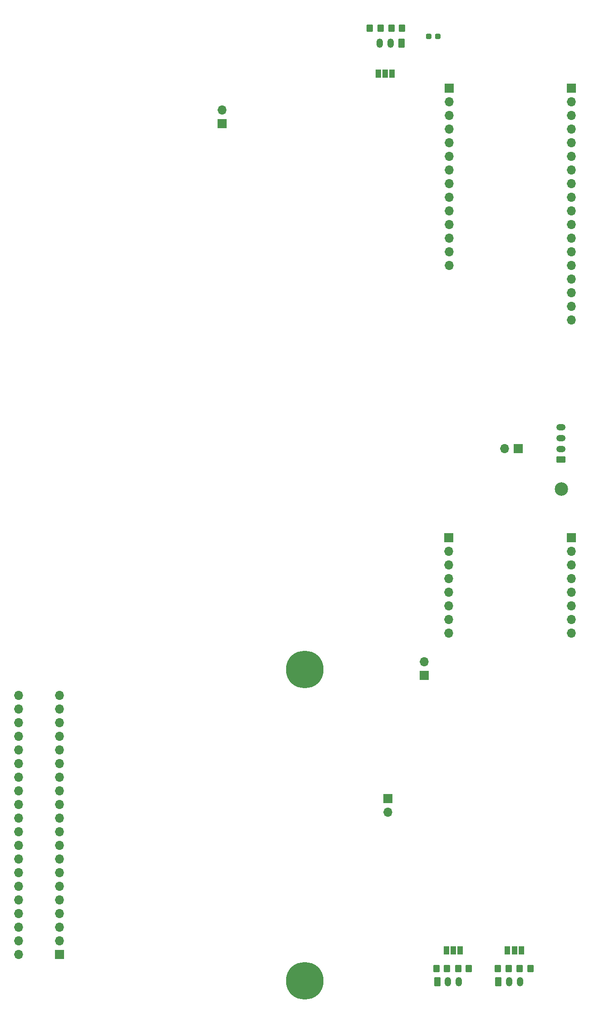
<source format=gbr>
%TF.GenerationSoftware,KiCad,Pcbnew,7.0.1*%
%TF.CreationDate,2023-12-13T20:39:25+01:00*%
%TF.ProjectId,big_pcb,6269675f-7063-4622-9e6b-696361645f70,rev?*%
%TF.SameCoordinates,Original*%
%TF.FileFunction,Soldermask,Bot*%
%TF.FilePolarity,Negative*%
%FSLAX46Y46*%
G04 Gerber Fmt 4.6, Leading zero omitted, Abs format (unit mm)*
G04 Created by KiCad (PCBNEW 7.0.1) date 2023-12-13 20:39:25*
%MOMM*%
%LPD*%
G01*
G04 APERTURE LIST*
G04 Aperture macros list*
%AMRoundRect*
0 Rectangle with rounded corners*
0 $1 Rounding radius*
0 $2 $3 $4 $5 $6 $7 $8 $9 X,Y pos of 4 corners*
0 Add a 4 corners polygon primitive as box body*
4,1,4,$2,$3,$4,$5,$6,$7,$8,$9,$2,$3,0*
0 Add four circle primitives for the rounded corners*
1,1,$1+$1,$2,$3*
1,1,$1+$1,$4,$5*
1,1,$1+$1,$6,$7*
1,1,$1+$1,$8,$9*
0 Add four rect primitives between the rounded corners*
20,1,$1+$1,$2,$3,$4,$5,0*
20,1,$1+$1,$4,$5,$6,$7,0*
20,1,$1+$1,$6,$7,$8,$9,0*
20,1,$1+$1,$8,$9,$2,$3,0*%
G04 Aperture macros list end*
%ADD10R,1.700000X1.700000*%
%ADD11O,1.700000X1.700000*%
%ADD12RoundRect,0.250000X0.350000X0.625000X-0.350000X0.625000X-0.350000X-0.625000X0.350000X-0.625000X0*%
%ADD13O,1.200000X1.750000*%
%ADD14C,7.000000*%
%ADD15RoundRect,0.250000X0.625000X-0.350000X0.625000X0.350000X-0.625000X0.350000X-0.625000X-0.350000X0*%
%ADD16O,1.750000X1.200000*%
%ADD17RoundRect,0.250000X-0.350000X-0.625000X0.350000X-0.625000X0.350000X0.625000X-0.350000X0.625000X0*%
%ADD18C,2.500000*%
%ADD19RoundRect,0.250000X0.350000X0.450000X-0.350000X0.450000X-0.350000X-0.450000X0.350000X-0.450000X0*%
%ADD20RoundRect,0.250000X-0.350000X-0.450000X0.350000X-0.450000X0.350000X0.450000X-0.350000X0.450000X0*%
%ADD21R,1.000000X1.500000*%
%ADD22RoundRect,0.237500X0.287500X0.237500X-0.287500X0.237500X-0.287500X-0.237500X0.287500X-0.237500X0*%
G04 APERTURE END LIST*
D10*
%TO.C,JP2*%
X224120000Y-173900000D03*
D11*
X224120000Y-171360000D03*
%TD*%
D12*
%TO.C,J10*%
X219860000Y-56130000D03*
D13*
X217860000Y-56130000D03*
X215860000Y-56130000D03*
%TD*%
D14*
%TO.C,H2*%
X201840000Y-230790000D03*
%TD*%
%TO.C,H4*%
X201840000Y-172790000D03*
%TD*%
D10*
%TO.C,JP3*%
X186477500Y-71140000D03*
D11*
X186477500Y-68600000D03*
%TD*%
D10*
%TO.C,J4*%
X228710000Y-148250000D03*
D11*
X228710000Y-150790000D03*
X228710000Y-153330000D03*
X228710000Y-155870000D03*
X228710000Y-158410000D03*
X228710000Y-160950000D03*
X228710000Y-163490000D03*
X228710000Y-166030000D03*
%TD*%
D10*
%TO.C,J1*%
X228800000Y-64530000D03*
D11*
X228800000Y-67070000D03*
X228800000Y-69610000D03*
X228800000Y-72150000D03*
X228800000Y-74690000D03*
X228800000Y-77230000D03*
X228800000Y-79770000D03*
X228800000Y-82310000D03*
X228800000Y-84850000D03*
X228800000Y-87390000D03*
X228800000Y-89930000D03*
X228800000Y-92470000D03*
X228800000Y-95010000D03*
X228800000Y-97550000D03*
%TD*%
D15*
%TO.C,J6*%
X249650000Y-133690000D03*
D16*
X249650000Y-131690000D03*
X249650000Y-129690000D03*
X249650000Y-127690000D03*
%TD*%
D17*
%TO.C,J9*%
X237960000Y-231000000D03*
D13*
X239960000Y-231000000D03*
X241960000Y-231000000D03*
%TD*%
D10*
%TO.C,JP8*%
X241660000Y-131660000D03*
D11*
X239120000Y-131660000D03*
%TD*%
D10*
%TO.C,J2*%
X251580000Y-64520000D03*
D11*
X251580000Y-67060000D03*
X251580000Y-69600000D03*
X251580000Y-72140000D03*
X251580000Y-74680000D03*
X251580000Y-77220000D03*
X251580000Y-79760000D03*
X251580000Y-82300000D03*
X251580000Y-84840000D03*
X251580000Y-87380000D03*
X251580000Y-89920000D03*
X251580000Y-92460000D03*
X251580000Y-95000000D03*
X251580000Y-97540000D03*
X251580000Y-100080000D03*
X251580000Y-102620000D03*
X251580000Y-105160000D03*
X251580000Y-107700000D03*
%TD*%
D17*
%TO.C,J8*%
X226560000Y-231000000D03*
D13*
X228560000Y-231000000D03*
X230560000Y-231000000D03*
%TD*%
D10*
%TO.C,JP1*%
X217350000Y-196840000D03*
D11*
X217350000Y-199380000D03*
%TD*%
D18*
%TO.C,TP4*%
X249680000Y-139220000D03*
%TD*%
D10*
%TO.C,J5*%
X251570000Y-148250000D03*
D11*
X251570000Y-150790000D03*
X251570000Y-153330000D03*
X251570000Y-155870000D03*
X251570000Y-158410000D03*
X251570000Y-160950000D03*
X251570000Y-163490000D03*
X251570000Y-166030000D03*
%TD*%
D19*
%TO.C,R34*%
X243920000Y-228510000D03*
X241920000Y-228510000D03*
%TD*%
D20*
%TO.C,R21*%
X226380000Y-228510000D03*
X228380000Y-228510000D03*
%TD*%
D10*
%TO.C,J3*%
X156140000Y-225890000D03*
D11*
X148520000Y-225890000D03*
X156140000Y-223350000D03*
X148520000Y-223350000D03*
X156140000Y-220810000D03*
X148520000Y-220810000D03*
X156140000Y-218270000D03*
X148520000Y-218270000D03*
X156140000Y-215730000D03*
X148520000Y-215730000D03*
X156140000Y-213190000D03*
X148520000Y-213190000D03*
X156140000Y-210650000D03*
X148520000Y-210650000D03*
X156140000Y-208110000D03*
X148520000Y-208110000D03*
X156140000Y-205570000D03*
X148520000Y-205570000D03*
X156140000Y-203030000D03*
X148520000Y-203030000D03*
X156140000Y-200490000D03*
X148520000Y-200490000D03*
X156140000Y-197950000D03*
X148520000Y-197950000D03*
X156140000Y-195410000D03*
X148520000Y-195410000D03*
X156140000Y-192870000D03*
X148520000Y-192870000D03*
X156140000Y-190330000D03*
X148520000Y-190330000D03*
X156140000Y-187790000D03*
X148520000Y-187790000D03*
X156140000Y-185250000D03*
X148520000Y-185250000D03*
X156140000Y-182710000D03*
X148520000Y-182710000D03*
X156140000Y-180170000D03*
X148520000Y-180170000D03*
X156140000Y-177630000D03*
X148520000Y-177630000D03*
%TD*%
D21*
%TO.C,JP5*%
X242250000Y-225090000D03*
X240950000Y-225090000D03*
X239650000Y-225090000D03*
%TD*%
%TO.C,JP6*%
X218160000Y-61820000D03*
X216860000Y-61820000D03*
X215560000Y-61820000D03*
%TD*%
D19*
%TO.C,R25*%
X220000000Y-53320000D03*
X218000000Y-53320000D03*
%TD*%
D21*
%TO.C,JP4*%
X230850000Y-225090000D03*
X229550000Y-225090000D03*
X228250000Y-225090000D03*
%TD*%
D22*
%TO.C,D1*%
X226687500Y-54830000D03*
X224937500Y-54830000D03*
%TD*%
D19*
%TO.C,R36*%
X232450000Y-228510000D03*
X230450000Y-228510000D03*
%TD*%
D20*
%TO.C,R23*%
X237840000Y-228510000D03*
X239840000Y-228510000D03*
%TD*%
%TO.C,R32*%
X213960000Y-53320000D03*
X215960000Y-53320000D03*
%TD*%
M02*

</source>
